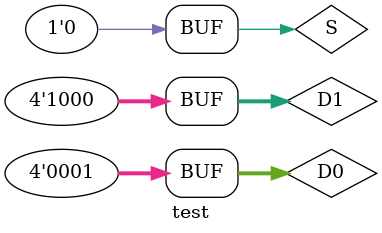
<source format=v>
module Mux_D (output reg [3:0] Out_D, input [3:0] In_D0, In_D1, input S_D);
    always @ (S_D)
    begin
        case (S_D)
        1'b0:  Out_D = In_D0;
        1'b1:  Out_D = In_D1;
        endcase
    end
endmodule

module test;
    reg [3:0] D0, D1;
    reg S;
    wire [3:0] Y;
    Mux_D multiplexer (Y, D0, D1, S);
    initial begin
        D0 = 4'b0001;
        D1 = 4'b1000;
        S = 1'b0;
    end
    initial begin
        $display (" S  Y ");
        $monitor (" %b %b ", S, Y);
    end
endmodule
</source>
